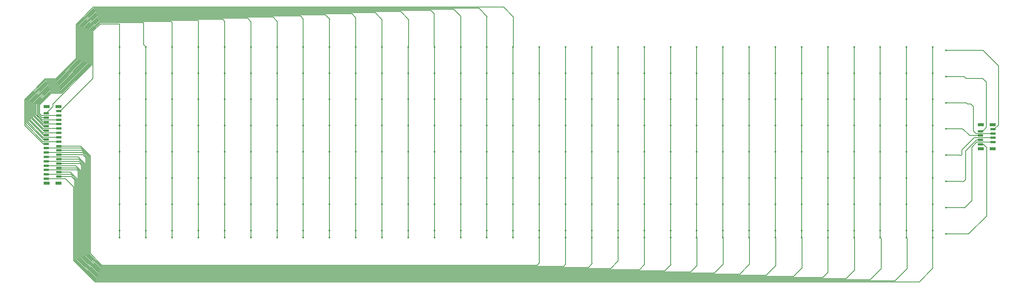
<source format=gbl>
G04 #@! TF.GenerationSoftware,KiCad,Pcbnew,6.0.8+dfsg-1~bpo11+1*
G04 #@! TF.CreationDate,2023-03-24T18:55:58-04:00*
G04 #@! TF.ProjectId,captouch_sensor_diamond_alt_fill,63617074-6f75-4636-985f-73656e736f72,rev?*
G04 #@! TF.SameCoordinates,Original*
G04 #@! TF.FileFunction,Copper,L2,Bot*
G04 #@! TF.FilePolarity,Positive*
%FSLAX46Y46*%
G04 Gerber Fmt 4.6, Leading zero omitted, Abs format (unit mm)*
G04 Created by KiCad (PCBNEW 6.0.8+dfsg-1~bpo11+1) date 2023-03-24 18:55:58*
%MOMM*%
%LPD*%
G01*
G04 APERTURE LIST*
G04 #@! TA.AperFunction,SMDPad,CuDef*
%ADD10R,1.200000X0.600000*%
G04 #@! TD*
G04 #@! TA.AperFunction,SMDPad,CuDef*
%ADD11R,1.400000X0.800000*%
G04 #@! TD*
G04 #@! TA.AperFunction,ViaPad*
%ADD12C,0.400000*%
G04 #@! TD*
G04 #@! TA.AperFunction,Conductor*
%ADD13C,0.127000*%
G04 #@! TD*
G04 APERTURE END LIST*
D10*
X52125000Y-72625000D03*
X49225000Y-73125000D03*
X52125000Y-73625000D03*
X49225000Y-74125000D03*
X52125000Y-74625000D03*
X49225000Y-75125000D03*
X52125000Y-75625000D03*
X49225000Y-76125000D03*
X52125000Y-76625000D03*
X49225000Y-77125000D03*
X52125000Y-77625000D03*
X49225000Y-78125000D03*
X52125000Y-78625000D03*
X49225000Y-79125000D03*
X52125000Y-79625000D03*
X49225000Y-80125000D03*
X52125000Y-80625000D03*
X49225000Y-81125000D03*
X52125000Y-81625000D03*
X49225000Y-82125000D03*
X52125000Y-82625000D03*
X49225000Y-83125000D03*
X52125000Y-83625000D03*
X49225000Y-84125000D03*
X52125000Y-84625000D03*
X49225000Y-85125000D03*
X52125000Y-85625000D03*
X49225000Y-86125000D03*
X52125000Y-86625000D03*
X49225000Y-87125000D03*
X52125000Y-87625000D03*
X49225000Y-88125000D03*
D11*
X52025000Y-71625000D03*
X49325000Y-71625000D03*
X52025000Y-89125000D03*
X49325000Y-89125000D03*
D10*
X265775000Y-76750000D03*
X262875000Y-77250000D03*
X265775000Y-77750000D03*
X262875000Y-78250000D03*
X265775000Y-78750000D03*
X262875000Y-79250000D03*
X265775000Y-79750000D03*
X262875000Y-80250000D03*
D11*
X265675000Y-75750000D03*
X262975000Y-75750000D03*
X265675000Y-81250000D03*
X262975000Y-81250000D03*
D12*
X255000000Y-58725000D03*
X255000000Y-64725000D03*
X255000000Y-70725000D03*
X255000000Y-76725000D03*
X255000000Y-82725000D03*
X255000000Y-88725000D03*
X255000000Y-94725000D03*
X255000000Y-100725000D03*
X66000000Y-99950000D03*
X66000000Y-101575000D03*
X66000000Y-63950000D03*
X66000000Y-75950000D03*
X66000000Y-93950000D03*
X66000000Y-87950000D03*
X66000000Y-57950000D03*
X66000000Y-69950000D03*
X66000000Y-81950000D03*
X72000000Y-57950000D03*
X72000000Y-63950000D03*
X72000000Y-93950000D03*
X72000000Y-69950000D03*
X72000000Y-87950000D03*
X72000000Y-101575000D03*
X72000000Y-81950000D03*
X72000000Y-99950000D03*
X72000000Y-75950000D03*
X78000000Y-63950000D03*
X78000000Y-93950000D03*
X78000000Y-87950000D03*
X78000000Y-69950000D03*
X78000000Y-99950000D03*
X78000000Y-57950000D03*
X78000000Y-81950000D03*
X78000000Y-75950000D03*
X78000000Y-101575000D03*
X84000000Y-99950000D03*
X84000000Y-75950000D03*
X84000000Y-87950000D03*
X84000000Y-81950000D03*
X84000000Y-93950000D03*
X84000000Y-57950000D03*
X84000000Y-69950000D03*
X84000000Y-63950000D03*
X84000000Y-101575000D03*
X90000000Y-57950000D03*
X90000000Y-93950000D03*
X90000000Y-99950000D03*
X90000000Y-75950000D03*
X90000000Y-81950000D03*
X90000000Y-69950000D03*
X90000000Y-87950000D03*
X90000000Y-63950000D03*
X90000000Y-101575000D03*
X96000000Y-101575000D03*
X96000000Y-75950000D03*
X96000000Y-81950000D03*
X96000000Y-99950000D03*
X96000000Y-57950000D03*
X96000000Y-63950000D03*
X96000000Y-69950000D03*
X96000000Y-93950000D03*
X96000000Y-87950000D03*
X102000000Y-81950000D03*
X102000000Y-99950000D03*
X102000000Y-63950000D03*
X102000000Y-75950000D03*
X102000000Y-87950000D03*
X102000000Y-69950000D03*
X102000000Y-57950000D03*
X102000000Y-101575000D03*
X102000000Y-93950000D03*
X108000000Y-75950000D03*
X108000000Y-57950000D03*
X108000000Y-69950000D03*
X108000000Y-63950000D03*
X108000000Y-81950000D03*
X108000000Y-99950000D03*
X108000000Y-101575000D03*
X108000000Y-87950000D03*
X108000000Y-93950000D03*
X114000000Y-99950000D03*
X114000000Y-101575000D03*
X114000000Y-69950000D03*
X114000000Y-87950000D03*
X114000000Y-93950000D03*
X114000000Y-75950000D03*
X114000000Y-81950000D03*
X114000000Y-57950000D03*
X114000000Y-63950000D03*
X120000000Y-87950000D03*
X120000000Y-81950000D03*
X120000000Y-63950000D03*
X120000000Y-57950000D03*
X120000000Y-101575000D03*
X120000000Y-75950000D03*
X120000000Y-69950000D03*
X120000000Y-99950000D03*
X120000000Y-93950000D03*
X126000000Y-101575000D03*
X126000000Y-57950000D03*
X126000000Y-93950000D03*
X126000000Y-63950000D03*
X126000000Y-99950000D03*
X126000000Y-69950000D03*
X126000000Y-81950000D03*
X126000000Y-75950000D03*
X126000000Y-87950000D03*
X132000000Y-69950000D03*
X132000000Y-63950000D03*
X132000000Y-93950000D03*
X132000000Y-75950000D03*
X132000000Y-99950000D03*
X132000000Y-81950000D03*
X132000000Y-101575000D03*
X132000000Y-87950000D03*
X132000000Y-57950000D03*
X138000000Y-75950000D03*
X138000000Y-63950000D03*
X138000000Y-93950000D03*
X138000000Y-101575000D03*
X138000000Y-87950000D03*
X138000000Y-81950000D03*
X138000000Y-69950000D03*
X138000000Y-99950000D03*
X138000000Y-57950000D03*
X144000000Y-69950000D03*
X144000000Y-63950000D03*
X144000000Y-87950000D03*
X144000000Y-101575000D03*
X144000000Y-75950000D03*
X144000000Y-57950000D03*
X144000000Y-81950000D03*
X144000000Y-99950000D03*
X144000000Y-93950000D03*
X150000000Y-75950000D03*
X150000000Y-63950000D03*
X150000000Y-87950000D03*
X150000000Y-93950000D03*
X150000000Y-101575000D03*
X150000000Y-81950000D03*
X150000000Y-57950000D03*
X150000000Y-99950000D03*
X150000000Y-69950000D03*
X156000000Y-87950000D03*
X156000000Y-57950000D03*
X156000000Y-69950000D03*
X156000000Y-99950000D03*
X156000000Y-63950000D03*
X156000000Y-101575000D03*
X156000000Y-93950000D03*
X156000000Y-75950000D03*
X156000000Y-81950000D03*
X162000000Y-75950000D03*
X162000000Y-57950000D03*
X162000000Y-81950000D03*
X162000000Y-99950000D03*
X162000000Y-101575000D03*
X162000000Y-69950000D03*
X162000000Y-87950000D03*
X162000000Y-93950000D03*
X162000000Y-63950000D03*
X168000000Y-63950000D03*
X168000000Y-99950000D03*
X168000000Y-93950000D03*
X168000000Y-101575000D03*
X168000000Y-87950000D03*
X168000000Y-75950000D03*
X168000000Y-57950000D03*
X168000000Y-81950000D03*
X168000000Y-69950000D03*
X174000000Y-81950000D03*
X174000000Y-87950000D03*
X174000000Y-57950000D03*
X174000000Y-93950000D03*
X174000000Y-99950000D03*
X174000000Y-63950000D03*
X174000000Y-101575000D03*
X174000000Y-75950000D03*
X174000000Y-69950000D03*
X180000000Y-99950000D03*
X180000000Y-75950000D03*
X180000000Y-69950000D03*
X180000000Y-57950000D03*
X180000000Y-63950000D03*
X180000000Y-101575000D03*
X180000000Y-87950000D03*
X180000000Y-81950000D03*
X180000000Y-93950000D03*
X186000000Y-101575000D03*
X186000000Y-93950000D03*
X186000000Y-63950000D03*
X186000000Y-99950000D03*
X186000000Y-69950000D03*
X186000000Y-87950000D03*
X186000000Y-57950000D03*
X186000000Y-81950000D03*
X186000000Y-75950000D03*
X192000000Y-69950000D03*
X192000000Y-63950000D03*
X192000000Y-57950000D03*
X192000000Y-87950000D03*
X192000000Y-101575000D03*
X192000000Y-99950000D03*
X192000000Y-75950000D03*
X192000000Y-81950000D03*
X192000000Y-93950000D03*
X198000000Y-69950000D03*
X198000000Y-93950000D03*
X198000000Y-101575000D03*
X198000000Y-99950000D03*
X198000000Y-57950000D03*
X198000000Y-81950000D03*
X198000000Y-87950000D03*
X198000000Y-75950000D03*
X198000000Y-63950000D03*
X204000000Y-81950000D03*
X204000000Y-99950000D03*
X204000000Y-93950000D03*
X204000000Y-87950000D03*
X204000000Y-57950000D03*
X204000000Y-101575000D03*
X204000000Y-75950000D03*
X204000000Y-63950000D03*
X204000000Y-69950000D03*
X210000000Y-81950000D03*
X210000000Y-99950000D03*
X210000000Y-57950000D03*
X210000000Y-93950000D03*
X210000000Y-87950000D03*
X210000000Y-69950000D03*
X210000000Y-63950000D03*
X210000000Y-75950000D03*
X210000000Y-101575000D03*
X216000000Y-87950000D03*
X216000000Y-69950000D03*
X216000000Y-57950000D03*
X216000000Y-81950000D03*
X216000000Y-75950000D03*
X216000000Y-93950000D03*
X216000000Y-101575000D03*
X216000000Y-99950000D03*
X216000000Y-63950000D03*
X222000000Y-81950000D03*
X222000000Y-63950000D03*
X222000000Y-93950000D03*
X222000000Y-69950000D03*
X222000000Y-57950000D03*
X222000000Y-101575000D03*
X222000000Y-99950000D03*
X222000000Y-75950000D03*
X222000000Y-87950000D03*
X228000000Y-57950000D03*
X228000000Y-69950000D03*
X228000000Y-63950000D03*
X228000000Y-93950000D03*
X228000000Y-99950000D03*
X228000000Y-75950000D03*
X228000000Y-101575000D03*
X228000000Y-81950000D03*
X228000000Y-87950000D03*
X234000000Y-101575000D03*
X234000000Y-93950000D03*
X234000000Y-63950000D03*
X234000000Y-57950000D03*
X234000000Y-69950000D03*
X234000000Y-87950000D03*
X234000000Y-99950000D03*
X234000000Y-81950000D03*
X234000000Y-75950000D03*
X240000000Y-99950000D03*
X240000000Y-101575000D03*
X240000000Y-81950000D03*
X240000000Y-75950000D03*
X240000000Y-63950000D03*
X240000000Y-57950000D03*
X240000000Y-87950000D03*
X240000000Y-93950000D03*
X240000000Y-69950000D03*
X246000000Y-101575000D03*
X246000000Y-75950000D03*
X246000000Y-87950000D03*
X246000000Y-99950000D03*
X246000000Y-93950000D03*
X246000000Y-63950000D03*
X246000000Y-57950000D03*
X246000000Y-81950000D03*
X246000000Y-69950000D03*
X252000000Y-87950000D03*
X252000000Y-57950000D03*
X252000000Y-75950000D03*
X252000000Y-99950000D03*
X252000000Y-101575000D03*
X252000000Y-63950000D03*
X252000000Y-93950000D03*
X252000000Y-69950000D03*
X252000000Y-81950000D03*
D13*
X259700000Y-58725000D02*
X259750000Y-58775000D01*
X259750000Y-58775000D02*
X263500000Y-58775000D01*
X266075000Y-76750000D02*
X267025000Y-75800000D01*
X255000000Y-58725000D02*
X259700000Y-58725000D01*
X267025000Y-62300000D02*
X263500000Y-58775000D01*
X265775000Y-76750000D02*
X266075000Y-76750000D01*
X267025000Y-75800000D02*
X267025000Y-62300000D01*
X262875000Y-77250000D02*
X263375000Y-77250000D01*
X259175000Y-64725000D02*
X259600000Y-65150000D01*
X264300000Y-76325000D02*
X264300000Y-66050000D01*
X255000000Y-64725000D02*
X259175000Y-64725000D01*
X263400000Y-65150000D02*
X259600000Y-65150000D01*
X263375000Y-77250000D02*
X264300000Y-76325000D01*
X264300000Y-66050000D02*
X263400000Y-65150000D01*
X265775000Y-77750000D02*
X261850000Y-77750000D01*
X261325000Y-71600000D02*
X260700000Y-70975000D01*
X261850000Y-77750000D02*
X261325000Y-77225000D01*
X259700000Y-70725000D02*
X259950000Y-70975000D01*
X261325000Y-77225000D02*
X261325000Y-71600000D01*
X255000000Y-70725000D02*
X259700000Y-70725000D01*
X260700000Y-70975000D02*
X259950000Y-70975000D01*
X255000000Y-76725000D02*
X258775000Y-76725000D01*
X262875000Y-78250000D02*
X260450000Y-78250000D01*
X258775000Y-76725000D02*
X258900000Y-76850000D01*
X260450000Y-78250000D02*
X259050000Y-76850000D01*
X259050000Y-76850000D02*
X258900000Y-76850000D01*
X261425000Y-78750000D02*
X258700000Y-81475000D01*
X258450000Y-82825000D02*
X258200000Y-82825000D01*
X258700000Y-82575000D02*
X258450000Y-82825000D01*
X265775000Y-78750000D02*
X261425000Y-78750000D01*
X258700000Y-81475000D02*
X258700000Y-82575000D01*
X255000000Y-82725000D02*
X258100000Y-82725000D01*
X258100000Y-82725000D02*
X258200000Y-82825000D01*
X262875000Y-79250000D02*
X262025000Y-79250000D01*
X259500000Y-81775000D02*
X259500000Y-88300000D01*
X255000000Y-88725000D02*
X258625000Y-88725000D01*
X259500000Y-88300000D02*
X258975000Y-88825000D01*
X258625000Y-88725000D02*
X258725000Y-88825000D01*
X262025000Y-79250000D02*
X259500000Y-81775000D01*
X258975000Y-88825000D02*
X258725000Y-88825000D01*
X255000000Y-94725000D02*
X259225000Y-94725000D01*
X260950000Y-80894000D02*
X260950000Y-93150000D01*
X262094000Y-79750000D02*
X260950000Y-80894000D01*
X259225000Y-94725000D02*
X259300000Y-94800000D01*
X260950000Y-93150000D02*
X259300000Y-94800000D01*
X265775000Y-79750000D02*
X262094000Y-79750000D01*
X263602000Y-80250000D02*
X264325000Y-80973000D01*
X264325000Y-96650000D02*
X260200000Y-100775000D01*
X262875000Y-80250000D02*
X263602000Y-80250000D01*
X260150000Y-100725000D02*
X260200000Y-100775000D01*
X264325000Y-80973000D02*
X264325000Y-96650000D01*
X255000000Y-100725000D02*
X260150000Y-100725000D01*
X66000000Y-57950000D02*
X66000000Y-52825000D01*
X59875000Y-65175000D02*
X59875000Y-54375000D01*
X66000000Y-52825000D02*
X65875000Y-52700000D01*
X59875000Y-54375000D02*
X61550000Y-52700000D01*
X66000000Y-57950000D02*
X66000000Y-101575000D01*
X52425000Y-72625000D02*
X59875000Y-65175000D01*
X61550000Y-52700000D02*
X65875000Y-52700000D01*
X52125000Y-72625000D02*
X52425000Y-72625000D01*
X72000000Y-57950000D02*
X72000000Y-101575000D01*
X61465790Y-52425000D02*
X71450000Y-52425000D01*
X50725000Y-70975000D02*
X59621000Y-62079000D01*
X50725000Y-71625000D02*
X50725000Y-70975000D01*
X59621000Y-54269790D02*
X61465790Y-52425000D01*
X71450000Y-52425000D02*
X71450000Y-57400000D01*
X49225000Y-73125000D02*
X50725000Y-71625000D01*
X59621000Y-62079000D02*
X59621000Y-54269790D01*
X71450000Y-57400000D02*
X72000000Y-57950000D01*
X52765790Y-68575000D02*
X59367000Y-61973790D01*
X59367000Y-61973790D02*
X59367000Y-54164580D01*
X48100000Y-73625000D02*
X47700000Y-73225000D01*
X78000000Y-52425000D02*
X78000000Y-57950000D01*
X78000000Y-57950000D02*
X78000000Y-101575000D01*
X59367000Y-54164580D02*
X61360580Y-52171000D01*
X77746000Y-52171000D02*
X78000000Y-52425000D01*
X52125000Y-73625000D02*
X48100000Y-73625000D01*
X50325000Y-68575000D02*
X52765790Y-68575000D01*
X47700000Y-73225000D02*
X47700000Y-71200000D01*
X47700000Y-71200000D02*
X50325000Y-68575000D01*
X61360580Y-52171000D02*
X77746000Y-52171000D01*
X52660580Y-68321000D02*
X59113000Y-61868580D01*
X59113000Y-54059370D02*
X61255370Y-51917000D01*
X83975000Y-52000000D02*
X83975000Y-57925000D01*
X61255370Y-51917000D02*
X83892000Y-51917000D01*
X59113000Y-61868580D02*
X59113000Y-54059370D01*
X48200000Y-74125000D02*
X47446000Y-73371000D01*
X83892000Y-51917000D02*
X83975000Y-52000000D01*
X83975000Y-57925000D02*
X84000000Y-57950000D01*
X50219790Y-68321000D02*
X52660580Y-68321000D01*
X47446000Y-73371000D02*
X47446000Y-71094790D01*
X47446000Y-71094790D02*
X50219790Y-68321000D01*
X49225000Y-74125000D02*
X48200000Y-74125000D01*
X84000000Y-57950000D02*
X84000000Y-101575000D01*
X90050000Y-57900000D02*
X90000000Y-57950000D01*
X47192000Y-70989580D02*
X50114580Y-68067000D01*
X52555370Y-68067000D02*
X58859000Y-61763370D01*
X48300000Y-74625000D02*
X47192000Y-73517000D01*
X61150160Y-51663000D02*
X89563000Y-51663000D01*
X58859000Y-61763370D02*
X58859000Y-53954160D01*
X52125000Y-74625000D02*
X48300000Y-74625000D01*
X89563000Y-51663000D02*
X90050000Y-52150000D01*
X90000000Y-57950000D02*
X90000000Y-101575000D01*
X58859000Y-53954160D02*
X61150160Y-51663000D01*
X47192000Y-73517000D02*
X47192000Y-70989580D01*
X50114580Y-68067000D02*
X52555370Y-68067000D01*
X90050000Y-52150000D02*
X90050000Y-57900000D01*
X52450160Y-67813000D02*
X58605000Y-61658160D01*
X96000000Y-57950000D02*
X96000000Y-101575000D01*
X58605000Y-53848950D02*
X61044950Y-51409000D01*
X46800000Y-73484210D02*
X46800000Y-71022370D01*
X49225000Y-75125000D02*
X48440790Y-75125000D01*
X58605000Y-61658160D02*
X58605000Y-53848950D01*
X61044950Y-51409000D02*
X95234000Y-51409000D01*
X96025000Y-52200000D02*
X96000000Y-52225000D01*
X46800000Y-71022370D02*
X50009370Y-67813000D01*
X50009370Y-67813000D02*
X52450160Y-67813000D01*
X95234000Y-51409000D02*
X96025000Y-52200000D01*
X96000000Y-52225000D02*
X96000000Y-57950000D01*
X48440790Y-75125000D02*
X46800000Y-73484210D01*
X58351000Y-53743740D02*
X60939740Y-51155000D01*
X46546000Y-70917160D02*
X49904160Y-67559000D01*
X58351000Y-61552950D02*
X58351000Y-53743740D01*
X49904160Y-67559000D02*
X52344950Y-67559000D01*
X101080000Y-51155000D02*
X102050000Y-52125000D01*
X52344950Y-67559000D02*
X58351000Y-61552950D01*
X102050000Y-57900000D02*
X102000000Y-57950000D01*
X102050000Y-52125000D02*
X102050000Y-57900000D01*
X46546000Y-73727000D02*
X46546000Y-70917160D01*
X52125000Y-75625000D02*
X48444000Y-75625000D01*
X48444000Y-75625000D02*
X46546000Y-73727000D01*
X60939740Y-51155000D02*
X101080000Y-51155000D01*
X102000000Y-57950000D02*
X102000000Y-101575000D01*
X108000000Y-51500000D02*
X108000000Y-57950000D01*
X52239740Y-67305000D02*
X58097000Y-61447740D01*
X49225000Y-76125000D02*
X48584790Y-76125000D01*
X108000000Y-57950000D02*
X108000000Y-101575000D01*
X48584790Y-76125000D02*
X46292000Y-73832210D01*
X107401000Y-50901000D02*
X108000000Y-51500000D01*
X46292000Y-70811950D02*
X49798950Y-67305000D01*
X60834530Y-50901000D02*
X107401000Y-50901000D01*
X58097000Y-53638530D02*
X60834530Y-50901000D01*
X58097000Y-61447740D02*
X58097000Y-53638530D01*
X49798950Y-67305000D02*
X52239740Y-67305000D01*
X46292000Y-73832210D02*
X46292000Y-70811950D01*
X52125000Y-76625000D02*
X48444000Y-76625000D01*
X57843000Y-53533320D02*
X60729320Y-50647000D01*
X48444000Y-76625000D02*
X46038000Y-74219000D01*
X46038000Y-74219000D02*
X46038000Y-70706740D01*
X114025000Y-51600000D02*
X114000000Y-51625000D01*
X46038000Y-70706740D02*
X49693740Y-67051000D01*
X60729320Y-50647000D02*
X113072000Y-50647000D01*
X52134530Y-67051000D02*
X57843000Y-61342530D01*
X114000000Y-51625000D02*
X114000000Y-57950000D01*
X114000000Y-57950000D02*
X114000000Y-101575000D01*
X57843000Y-61342530D02*
X57843000Y-53533320D01*
X113072000Y-50647000D02*
X114025000Y-51600000D01*
X49693740Y-67051000D02*
X52134530Y-67051000D01*
X119168000Y-50393000D02*
X120025000Y-51250000D01*
X120025000Y-51250000D02*
X120025000Y-57925000D01*
X48584790Y-77125000D02*
X45784000Y-74324210D01*
X57589000Y-61237320D02*
X57589000Y-53428110D01*
X49588530Y-66797000D02*
X52029320Y-66797000D01*
X45784000Y-74324210D02*
X45784000Y-70601530D01*
X52029320Y-66797000D02*
X57589000Y-61237320D01*
X120025000Y-57925000D02*
X120000000Y-57950000D01*
X45784000Y-70601530D02*
X49588530Y-66797000D01*
X120000000Y-57950000D02*
X120000000Y-101575000D01*
X49225000Y-77125000D02*
X48584790Y-77125000D01*
X60624110Y-50393000D02*
X119168000Y-50393000D01*
X57589000Y-53428110D02*
X60624110Y-50393000D01*
X126000000Y-57950000D02*
X126000000Y-101575000D01*
X126000000Y-51675000D02*
X126000000Y-57950000D01*
X45530000Y-74711000D02*
X45530000Y-70496320D01*
X124464000Y-50139000D02*
X126000000Y-51675000D01*
X57335000Y-53322900D02*
X60518900Y-50139000D01*
X57335000Y-61132110D02*
X57335000Y-53322900D01*
X60518900Y-50139000D02*
X124464000Y-50139000D01*
X45530000Y-70496320D02*
X49483320Y-66543000D01*
X48444000Y-77625000D02*
X45530000Y-74711000D01*
X52125000Y-77625000D02*
X48444000Y-77625000D01*
X51924110Y-66543000D02*
X57335000Y-61132110D01*
X49483320Y-66543000D02*
X51924110Y-66543000D01*
X132075000Y-57875000D02*
X132000000Y-57950000D01*
X132000000Y-57950000D02*
X132000000Y-101575000D01*
X130285000Y-49885000D02*
X132075000Y-51675000D01*
X51818900Y-66289000D02*
X57081000Y-61026900D01*
X57081000Y-61026900D02*
X57081000Y-53217690D01*
X132075000Y-51675000D02*
X132075000Y-57875000D01*
X45276000Y-74816210D02*
X45276000Y-70391110D01*
X48584790Y-78125000D02*
X45276000Y-74816210D01*
X60413690Y-49885000D02*
X130285000Y-49885000D01*
X49225000Y-78125000D02*
X48584790Y-78125000D01*
X49378110Y-66289000D02*
X51818900Y-66289000D01*
X57081000Y-53217690D02*
X60413690Y-49885000D01*
X45276000Y-70391110D02*
X49378110Y-66289000D01*
X48444000Y-78625000D02*
X45022000Y-75203000D01*
X49272900Y-66035000D02*
X51713690Y-66035000D01*
X52125000Y-78625000D02*
X48444000Y-78625000D01*
X137206000Y-49631000D02*
X137950000Y-50375000D01*
X51713690Y-66035000D02*
X56827000Y-60921690D01*
X45022000Y-75203000D02*
X45022000Y-70285900D01*
X60308480Y-49631000D02*
X137206000Y-49631000D01*
X138000000Y-57950000D02*
X138000000Y-101575000D01*
X56827000Y-60921690D02*
X56827000Y-53112480D01*
X56827000Y-53112480D02*
X60308480Y-49631000D01*
X137950000Y-50375000D02*
X137950000Y-57900000D01*
X137950000Y-57900000D02*
X138000000Y-57950000D01*
X45022000Y-70285900D02*
X49272900Y-66035000D01*
X44768000Y-75308210D02*
X44768000Y-70180690D01*
X144000000Y-57950000D02*
X144000000Y-101575000D01*
X56573000Y-53007270D02*
X60203270Y-49377000D01*
X48584790Y-79125000D02*
X44768000Y-75308210D01*
X60203270Y-49377000D02*
X142452000Y-49377000D01*
X44768000Y-70180690D02*
X49167690Y-65781000D01*
X142452000Y-49377000D02*
X144025000Y-50950000D01*
X51608480Y-65781000D02*
X56573000Y-60816480D01*
X49225000Y-79125000D02*
X48584790Y-79125000D01*
X56573000Y-60816480D02*
X56573000Y-53007270D01*
X49167690Y-65781000D02*
X51608480Y-65781000D01*
X144025000Y-57925000D02*
X144000000Y-57950000D01*
X144025000Y-50950000D02*
X144025000Y-57925000D01*
X48444000Y-79625000D02*
X44514000Y-75695000D01*
X51503270Y-65527000D02*
X56319000Y-60711270D01*
X150050000Y-51000000D02*
X150000000Y-51050000D01*
X44514000Y-70075480D02*
X49062480Y-65527000D01*
X150000000Y-57950000D02*
X150000000Y-101575000D01*
X49062480Y-65527000D02*
X51503270Y-65527000D01*
X56319000Y-60711270D02*
X56319000Y-52902060D01*
X60098060Y-49123000D02*
X148173000Y-49123000D01*
X56319000Y-52902060D02*
X60098060Y-49123000D01*
X44514000Y-75695000D02*
X44514000Y-70075480D01*
X52125000Y-79625000D02*
X48444000Y-79625000D01*
X150000000Y-51050000D02*
X150000000Y-57950000D01*
X148173000Y-49123000D02*
X150050000Y-51000000D01*
X153819000Y-48869000D02*
X156075000Y-51125000D01*
X44260000Y-75887000D02*
X44260000Y-69970270D01*
X49225000Y-80125000D02*
X48498000Y-80125000D01*
X156075000Y-51125000D02*
X156075000Y-57875000D01*
X48957270Y-65273000D02*
X51398060Y-65273000D01*
X156000000Y-57950000D02*
X156000000Y-101575000D01*
X48498000Y-80125000D02*
X44260000Y-75887000D01*
X56065000Y-60606060D02*
X56065000Y-52796850D01*
X44260000Y-69970270D02*
X48957270Y-65273000D01*
X59992850Y-48869000D02*
X153819000Y-48869000D01*
X56065000Y-52796850D02*
X59992850Y-48869000D01*
X51398060Y-65273000D02*
X56065000Y-60606060D01*
X156075000Y-57875000D02*
X156000000Y-57950000D01*
X162000000Y-57950000D02*
X162000000Y-101575000D01*
X59275000Y-105250000D02*
X61925000Y-107900000D01*
X61925000Y-107900000D02*
X161475000Y-107900000D01*
X59275000Y-82850000D02*
X59275000Y-105250000D01*
X57050000Y-80625000D02*
X59275000Y-82850000D01*
X162000000Y-101575000D02*
X162000000Y-107275000D01*
X162000000Y-107275000D02*
X162050000Y-107325000D01*
X52125000Y-80625000D02*
X57050000Y-80625000D01*
X161475000Y-107900000D02*
X162050000Y-107325000D01*
X59021000Y-105355210D02*
X59021000Y-82955210D01*
X168000000Y-57950000D02*
X168000000Y-101575000D01*
X167546000Y-108154000D02*
X61819790Y-108154000D01*
X168000000Y-101575000D02*
X168000000Y-107700000D01*
X61819790Y-108154000D02*
X59021000Y-105355210D01*
X57190790Y-81125000D02*
X49225000Y-81125000D01*
X59021000Y-82955210D02*
X57190790Y-81125000D01*
X168000000Y-107700000D02*
X167546000Y-108154000D01*
X52125000Y-81625000D02*
X57331580Y-81625000D01*
X58767000Y-83060420D02*
X58767000Y-105460420D01*
X174000000Y-101575000D02*
X174000000Y-107375000D01*
X173217000Y-108408000D02*
X174125000Y-107500000D01*
X58767000Y-105460420D02*
X61714580Y-108408000D01*
X174000000Y-57950000D02*
X174000000Y-101575000D01*
X57331580Y-81625000D02*
X58767000Y-83060420D01*
X174000000Y-107375000D02*
X174125000Y-107500000D01*
X61714580Y-108408000D02*
X173217000Y-108408000D01*
X180050000Y-101625000D02*
X180000000Y-101575000D01*
X180000000Y-57950000D02*
X180000000Y-101575000D01*
X61609370Y-108662000D02*
X178288000Y-108662000D01*
X178288000Y-108662000D02*
X180050000Y-106900000D01*
X58513000Y-105565630D02*
X61609370Y-108662000D01*
X180050000Y-106900000D02*
X180050000Y-101625000D01*
X49225000Y-82125000D02*
X57472370Y-82125000D01*
X57472370Y-82125000D02*
X58513000Y-83165630D01*
X58513000Y-83165630D02*
X58513000Y-105565630D01*
X186000000Y-57950000D02*
X186000000Y-101575000D01*
X58259000Y-83270840D02*
X58259000Y-105670840D01*
X186000000Y-101575000D02*
X186000000Y-107750000D01*
X186000000Y-107750000D02*
X186050000Y-107800000D01*
X57613160Y-82625000D02*
X58259000Y-83270840D01*
X184934000Y-108916000D02*
X186050000Y-107800000D01*
X61504160Y-108916000D02*
X184934000Y-108916000D01*
X58259000Y-105670840D02*
X61504160Y-108916000D01*
X52125000Y-82625000D02*
X57613160Y-82625000D01*
X192000000Y-57950000D02*
X192000000Y-101575000D01*
X58005000Y-84655000D02*
X58005000Y-105776050D01*
X190705000Y-109170000D02*
X192125000Y-107750000D01*
X56475000Y-83125000D02*
X58005000Y-84655000D01*
X192000000Y-107625000D02*
X192125000Y-107750000D01*
X61398950Y-109170000D02*
X190705000Y-109170000D01*
X58005000Y-105776050D02*
X61398950Y-109170000D01*
X49225000Y-83125000D02*
X56475000Y-83125000D01*
X192000000Y-101575000D02*
X192000000Y-107625000D01*
X57751000Y-105881260D02*
X61293740Y-109424000D01*
X198050000Y-108000000D02*
X198050000Y-101625000D01*
X198050000Y-101625000D02*
X198000000Y-101575000D01*
X52125000Y-83625000D02*
X56615790Y-83625000D01*
X56615790Y-83625000D02*
X57751000Y-84760210D01*
X196626000Y-109424000D02*
X198050000Y-108000000D01*
X198000000Y-57950000D02*
X198000000Y-101575000D01*
X57751000Y-84760210D02*
X57751000Y-105881260D01*
X61293740Y-109424000D02*
X196626000Y-109424000D01*
X56756580Y-84125000D02*
X57497000Y-84865420D01*
X204000000Y-57950000D02*
X204000000Y-101575000D01*
X49225000Y-84125000D02*
X56756580Y-84125000D01*
X204075000Y-107675000D02*
X204075000Y-101650000D01*
X57497000Y-84865420D02*
X57497000Y-105986470D01*
X57497000Y-105986470D02*
X61188530Y-109678000D01*
X204075000Y-101650000D02*
X204000000Y-101575000D01*
X202072000Y-109678000D02*
X204075000Y-107675000D01*
X61188530Y-109678000D02*
X202072000Y-109678000D01*
X207843000Y-109932000D02*
X210075000Y-107700000D01*
X57243000Y-84970630D02*
X57243000Y-106091680D01*
X210075000Y-107700000D02*
X210075000Y-101650000D01*
X210000000Y-57950000D02*
X210000000Y-101575000D01*
X61083320Y-109932000D02*
X207843000Y-109932000D01*
X210075000Y-101650000D02*
X210000000Y-101575000D01*
X52125000Y-84625000D02*
X56897370Y-84625000D01*
X57243000Y-106091680D02*
X61083320Y-109932000D01*
X56897370Y-84625000D02*
X57243000Y-84970630D01*
X216075000Y-108000000D02*
X216075000Y-101650000D01*
X49225000Y-85125000D02*
X55975000Y-85125000D01*
X56989000Y-86139000D02*
X56989000Y-106196890D01*
X216075000Y-101650000D02*
X216000000Y-101575000D01*
X213889000Y-110186000D02*
X216075000Y-108000000D01*
X56989000Y-106196890D02*
X60978110Y-110186000D01*
X216000000Y-57950000D02*
X216000000Y-101575000D01*
X55975000Y-85125000D02*
X56989000Y-86139000D01*
X60978110Y-110186000D02*
X213889000Y-110186000D01*
X222100000Y-101675000D02*
X222000000Y-101575000D01*
X222000000Y-57950000D02*
X222000000Y-101575000D01*
X56735000Y-106302100D02*
X60872900Y-110440000D01*
X60872900Y-110440000D02*
X220185000Y-110440000D01*
X56115790Y-85625000D02*
X56735000Y-86244210D01*
X52125000Y-85625000D02*
X56115790Y-85625000D01*
X222100000Y-108525000D02*
X222100000Y-101675000D01*
X56735000Y-86244210D02*
X56735000Y-106302100D01*
X220185000Y-110440000D02*
X222100000Y-108525000D01*
X56256580Y-86125000D02*
X56481000Y-86349420D01*
X60767690Y-110694000D02*
X226831000Y-110694000D01*
X228025000Y-101600000D02*
X228000000Y-101575000D01*
X228000000Y-57950000D02*
X228000000Y-101575000D01*
X49225000Y-86125000D02*
X56256580Y-86125000D01*
X226831000Y-110694000D02*
X228025000Y-109500000D01*
X56481000Y-106407310D02*
X60767690Y-110694000D01*
X228025000Y-109500000D02*
X228025000Y-101600000D01*
X56481000Y-86349420D02*
X56481000Y-106407310D01*
X234000000Y-57950000D02*
X234000000Y-101575000D01*
X54700000Y-86625000D02*
X56227000Y-88152000D01*
X56227000Y-106512520D02*
X60662480Y-110948000D01*
X234100000Y-101675000D02*
X234000000Y-101575000D01*
X234100000Y-109025000D02*
X234100000Y-101675000D01*
X52125000Y-86625000D02*
X54700000Y-86625000D01*
X56227000Y-88152000D02*
X56227000Y-106512520D01*
X232177000Y-110948000D02*
X234100000Y-109025000D01*
X60662480Y-110948000D02*
X232177000Y-110948000D01*
X240200000Y-101775000D02*
X240000000Y-101575000D01*
X55973000Y-106617730D02*
X60557270Y-111202000D01*
X54840790Y-87125000D02*
X55973000Y-88257210D01*
X55973000Y-88257210D02*
X55973000Y-106617730D01*
X240200000Y-108675000D02*
X240200000Y-101775000D01*
X237673000Y-111202000D02*
X240200000Y-108675000D01*
X240000000Y-57950000D02*
X240000000Y-101575000D01*
X49225000Y-87125000D02*
X54840790Y-87125000D01*
X60557270Y-111202000D02*
X237673000Y-111202000D01*
X246125000Y-101700000D02*
X246000000Y-101575000D01*
X243344000Y-111456000D02*
X246125000Y-108675000D01*
X55719000Y-88362420D02*
X55719000Y-106722940D01*
X60452060Y-111456000D02*
X243344000Y-111456000D01*
X54981580Y-87625000D02*
X55719000Y-88362420D01*
X246125000Y-108675000D02*
X246125000Y-101700000D01*
X55719000Y-106722940D02*
X60452060Y-111456000D01*
X246000000Y-57950000D02*
X246000000Y-101575000D01*
X52125000Y-87625000D02*
X54981580Y-87625000D01*
X60346850Y-111710000D02*
X248940000Y-111710000D01*
X49225000Y-88125000D02*
X53600000Y-88125000D01*
X252025000Y-101600000D02*
X252000000Y-101575000D01*
X53600000Y-88125000D02*
X55465000Y-89990000D01*
X252025000Y-108625000D02*
X252025000Y-101600000D01*
X55465000Y-106828150D02*
X60346850Y-111710000D01*
X55465000Y-89990000D02*
X55465000Y-106828150D01*
X248940000Y-111710000D02*
X252025000Y-108625000D01*
X252000000Y-57950000D02*
X252000000Y-101575000D01*
M02*

</source>
